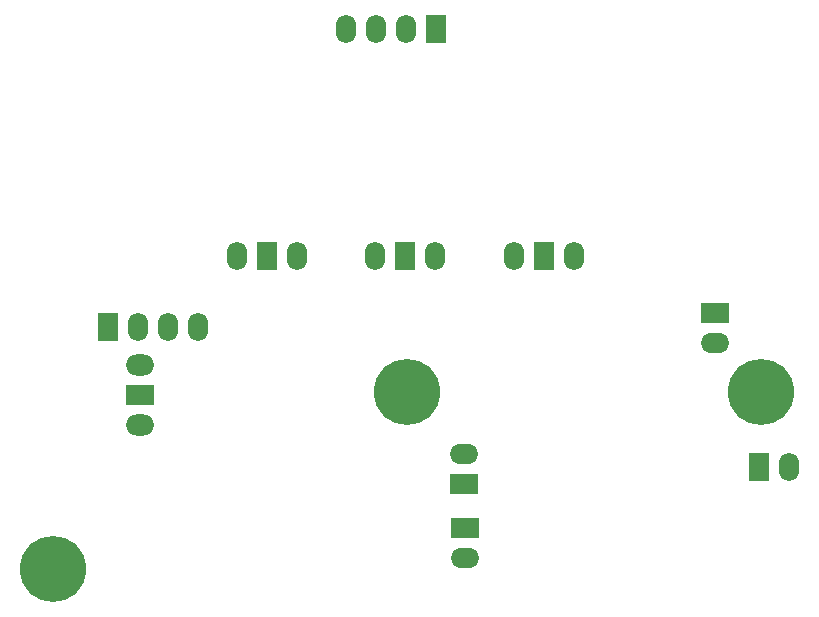
<source format=gbr>
%TF.GenerationSoftware,KiCad,Pcbnew,9.0.6*%
%TF.CreationDate,2026-01-16T11:33:55+01:00*%
%TF.ProjectId,Sumositoire_reborn,53756d6f-7369-4746-9f69-72655f726562,rev?*%
%TF.SameCoordinates,Original*%
%TF.FileFunction,Soldermask,Bot*%
%TF.FilePolarity,Negative*%
%FSLAX46Y46*%
G04 Gerber Fmt 4.6, Leading zero omitted, Abs format (unit mm)*
G04 Created by KiCad (PCBNEW 9.0.6) date 2026-01-16 11:33:55*
%MOMM*%
%LPD*%
G01*
G04 APERTURE LIST*
%ADD10C,5.600000*%
%ADD11O,1.700000X2.400000*%
%ADD12R,1.700000X2.400000*%
%ADD13O,2.400000X1.800000*%
%ADD14R,2.400000X1.800000*%
%ADD15R,2.400000X1.700000*%
%ADD16O,2.400000X1.700000*%
G04 APERTURE END LIST*
D10*
%TO.C,H1*%
X128500000Y-111000000D03*
%TD*%
D11*
%TO.C,J1*%
X140775000Y-90525000D03*
X138235000Y-90525000D03*
X135695000Y-90525000D03*
D12*
X133155000Y-90525000D03*
%TD*%
D10*
%TO.C,H2*%
X158500000Y-96000000D03*
%TD*%
D12*
%TO.C,J5*%
X160990000Y-65270000D03*
D11*
X158450000Y-65270000D03*
X155910000Y-65270000D03*
X153370000Y-65270000D03*
%TD*%
D10*
%TO.C,H3*%
X188500000Y-96000000D03*
%TD*%
D13*
%TO.C,U5*%
X135900000Y-93725000D03*
D14*
X135900000Y-96265000D03*
D13*
X135900000Y-98805000D03*
%TD*%
D11*
%TO.C,J11*%
X190875000Y-102325000D03*
D12*
X188335000Y-102325000D03*
%TD*%
D15*
%TO.C,J4*%
X163375000Y-103800000D03*
D16*
X163375000Y-101260000D03*
%TD*%
D15*
%TO.C,J3*%
X163380000Y-107550000D03*
D16*
X163380000Y-110090000D03*
%TD*%
D11*
%TO.C,J7*%
X160900000Y-84500000D03*
D12*
X158360000Y-84500000D03*
D11*
X155820000Y-84500000D03*
%TD*%
%TO.C,J6*%
X149190000Y-84500000D03*
D12*
X146650000Y-84500000D03*
D11*
X144110000Y-84500000D03*
%TD*%
%TO.C,J8*%
X172610000Y-84500000D03*
D12*
X170070000Y-84500000D03*
D11*
X167530000Y-84500000D03*
%TD*%
D15*
%TO.C,J12*%
X184600000Y-89300000D03*
D16*
X184600000Y-91840000D03*
%TD*%
M02*

</source>
